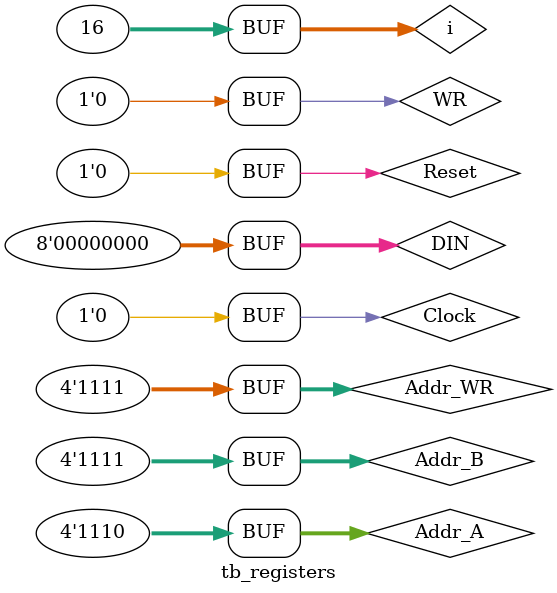
<source format=sv>
module tb_registers();
logic        Clock;      //1 bit; positive-edge 
logic        Reset;      //1 bit; positive-edge
logic[3:0]   Addr_A;     //4 bits wide
logic[3:0]   Addr_B;     //4 bits wide
logic[3:0]   Addr_WR;    //4 bits wide
logic        WR;         //Write Enable; 1 bit
logic[7:0]   DIN;        //8 bit wide data 
logic[7:0]   Out_A;       //: 8 bits wide
logic[7:0]   Out_B;      //: 8 bits wide

register DUT(.Clock, .Reset, .Addr_A, .Addr_B, .Addr_WR, .WR, .DIN, .Out_A, .Out_B);

int i;

//generate clock
always begin
    Clock = 1; #5;
    Clock = 0; #5;
end



/*
•Function, synchronous
o	If Reset = 1
	Reset all data to 0
o	At the rising-edge of Clock
	If WR is 0: no action
	If WR is 1: the register at address Addr_WR is set to DIN
*/
initial begin
    //watch reg 0 and 15
    Addr_A = 4'b0000;
    Addr_B = 4'b1111; 
    
    //initialize all registers to their vals
    WR = 1; #5
    for( i =0;i<16;i=i+1) begin
        Addr_WR = i;
        DIN = i; #10;
    end

    //read some regs
    WR = 0;
    DIN = 0; #10;
    
    for( i =0;i<15;i=i+2) begin
        Addr_A = i;
        Addr_B = i+1; #10;
    end

    //reset and red again
    Reset = 1; #10;
    Reset = 0; #10;
    
    for( i =0;i<15;i=i+2) begin
        Addr_A = i;
        Addr_B = i+1; #10;
    end

end


endmodule
</source>
